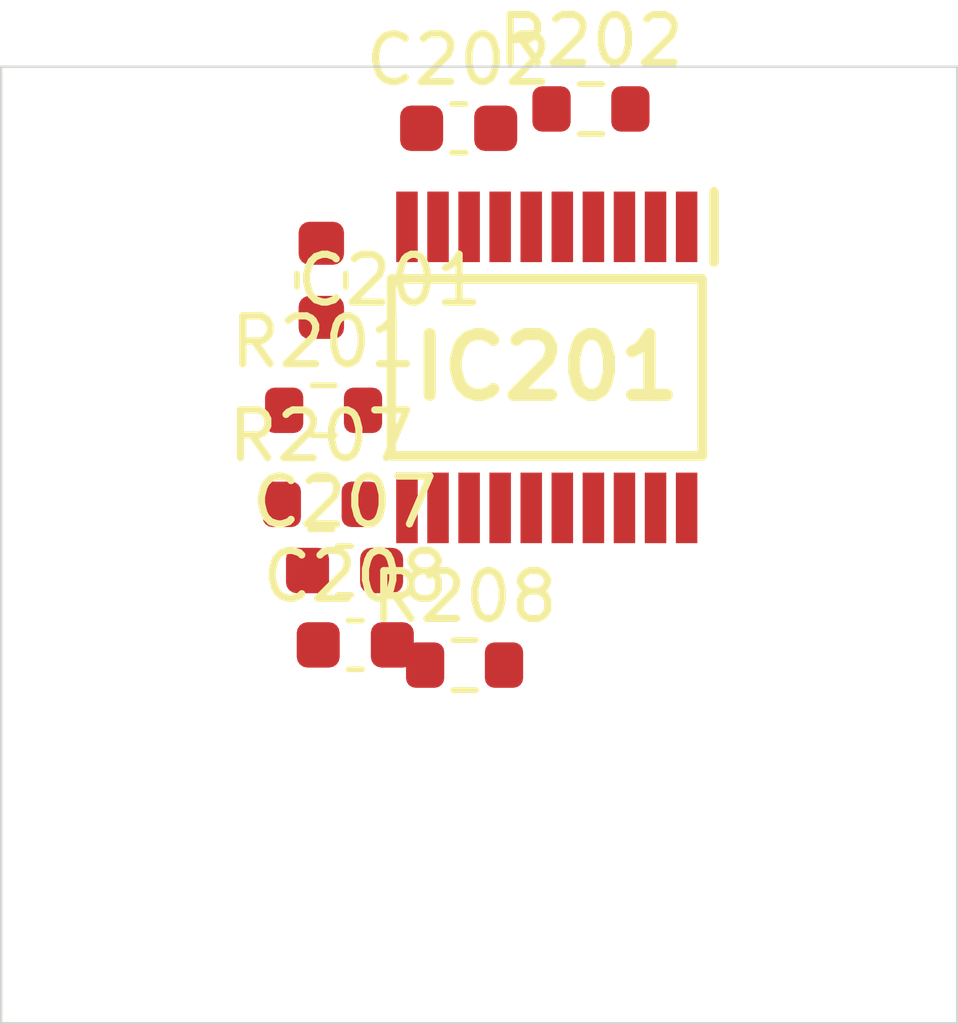
<source format=kicad_pcb>
 ( kicad_pcb  ( version 20171130 )
 ( host pcbnew 5.1.12-84ad8e8a86~92~ubuntu18.04.1 )
 ( general  ( thickness 1.6 )
 ( drawings 4 )
 ( tracks 0 )
 ( zones 0 )
 ( modules 9 )
 ( nets 19 )
)
 ( page A4 )
 ( layers  ( 0 F.Cu signal )
 ( 31 B.Cu signal )
 ( 32 B.Adhes user )
 ( 33 F.Adhes user )
 ( 34 B.Paste user )
 ( 35 F.Paste user )
 ( 36 B.SilkS user )
 ( 37 F.SilkS user )
 ( 38 B.Mask user )
 ( 39 F.Mask user )
 ( 40 Dwgs.User user )
 ( 41 Cmts.User user )
 ( 42 Eco1.User user )
 ( 43 Eco2.User user )
 ( 44 Edge.Cuts user )
 ( 45 Margin user )
 ( 46 B.CrtYd user )
 ( 47 F.CrtYd user )
 ( 48 B.Fab user )
 ( 49 F.Fab user )
)
 ( setup  ( last_trace_width 0.25 )
 ( trace_clearance 0.2 )
 ( zone_clearance 0.508 )
 ( zone_45_only no )
 ( trace_min 0.2 )
 ( via_size 0.8 )
 ( via_drill 0.4 )
 ( via_min_size 0.4 )
 ( via_min_drill 0.3 )
 ( uvia_size 0.3 )
 ( uvia_drill 0.1 )
 ( uvias_allowed no )
 ( uvia_min_size 0.2 )
 ( uvia_min_drill 0.1 )
 ( edge_width 0.05 )
 ( segment_width 0.2 )
 ( pcb_text_width 0.3 )
 ( pcb_text_size 1.5 1.5 )
 ( mod_edge_width 0.12 )
 ( mod_text_size 1 1 )
 ( mod_text_width 0.15 )
 ( pad_size 1.524 1.524 )
 ( pad_drill 0.762 )
 ( pad_to_mask_clearance 0 )
 ( aux_axis_origin 0 0 )
 ( visible_elements FFFFFF7F )
 ( pcbplotparams  ( layerselection 0x010fc_ffffffff )
 ( usegerberextensions false )
 ( usegerberattributes true )
 ( usegerberadvancedattributes true )
 ( creategerberjobfile true )
 ( excludeedgelayer true )
 ( linewidth 0.100000 )
 ( plotframeref false )
 ( viasonmask false )
 ( mode 1 )
 ( useauxorigin false )
 ( hpglpennumber 1 )
 ( hpglpenspeed 20 )
 ( hpglpendiameter 15.000000 )
 ( psnegative false )
 ( psa4output false )
 ( plotreference true )
 ( plotvalue true )
 ( plotinvisibletext false )
 ( padsonsilk false )
 ( subtractmaskfromsilk false )
 ( outputformat 1 )
 ( mirror false )
 ( drillshape 1 )
 ( scaleselection 1 )
 ( outputdirectory "" )
)
)
 ( net 0 "" )
 ( net 1 GND )
 ( net 2 /Sheet6235D886/ch0 )
 ( net 3 /Sheet6235D886/ch1 )
 ( net 4 /Sheet6235D886/ch2 )
 ( net 5 /Sheet6235D886/ch3 )
 ( net 6 /Sheet6235D886/ch4 )
 ( net 7 /Sheet6235D886/ch5 )
 ( net 8 /Sheet6235D886/ch6 )
 ( net 9 /Sheet6235D886/ch7 )
 ( net 10 VDD )
 ( net 11 VDDA )
 ( net 12 /Sheet6235D886/adc_csn )
 ( net 13 /Sheet6235D886/adc_sck )
 ( net 14 /Sheet6235D886/adc_sdi )
 ( net 15 /Sheet6235D886/adc_sdo )
 ( net 16 /Sheet6235D886/vp )
 ( net 17 /Sheet6248AD22/chn0 )
 ( net 18 /Sheet6248AD22/chn3 )
 ( net_class Default "This is the default net class."  ( clearance 0.2 )
 ( trace_width 0.25 )
 ( via_dia 0.8 )
 ( via_drill 0.4 )
 ( uvia_dia 0.3 )
 ( uvia_drill 0.1 )
 ( add_net /Sheet6235D886/adc_csn )
 ( add_net /Sheet6235D886/adc_sck )
 ( add_net /Sheet6235D886/adc_sdi )
 ( add_net /Sheet6235D886/adc_sdo )
 ( add_net /Sheet6235D886/ch0 )
 ( add_net /Sheet6235D886/ch1 )
 ( add_net /Sheet6235D886/ch2 )
 ( add_net /Sheet6235D886/ch3 )
 ( add_net /Sheet6235D886/ch4 )
 ( add_net /Sheet6235D886/ch5 )
 ( add_net /Sheet6235D886/ch6 )
 ( add_net /Sheet6235D886/ch7 )
 ( add_net /Sheet6235D886/vp )
 ( add_net /Sheet6248AD22/chn0 )
 ( add_net /Sheet6248AD22/chn3 )
 ( add_net GND )
 ( add_net VDD )
 ( add_net VDDA )
)
 ( module Capacitor_SMD:C_0603_1608Metric  ( layer F.Cu )
 ( tedit 5F68FEEE )
 ( tstamp 6234222D )
 ( at 86.696700 104.466000 270.000000 )
 ( descr "Capacitor SMD 0603 (1608 Metric), square (rectangular) end terminal, IPC_7351 nominal, (Body size source: IPC-SM-782 page 76, https://www.pcb-3d.com/wordpress/wp-content/uploads/ipc-sm-782a_amendment_1_and_2.pdf), generated with kicad-footprint-generator" )
 ( tags capacitor )
 ( path /6235D887/623691C5 )
 ( attr smd )
 ( fp_text reference C201  ( at 0 -1.43 )
 ( layer F.SilkS )
 ( effects  ( font  ( size 1 1 )
 ( thickness 0.15 )
)
)
)
 ( fp_text value 0.1uF  ( at 0 1.43 )
 ( layer F.Fab )
 ( effects  ( font  ( size 1 1 )
 ( thickness 0.15 )
)
)
)
 ( fp_line  ( start -0.8 0.4 )
 ( end -0.8 -0.4 )
 ( layer F.Fab )
 ( width 0.1 )
)
 ( fp_line  ( start -0.8 -0.4 )
 ( end 0.8 -0.4 )
 ( layer F.Fab )
 ( width 0.1 )
)
 ( fp_line  ( start 0.8 -0.4 )
 ( end 0.8 0.4 )
 ( layer F.Fab )
 ( width 0.1 )
)
 ( fp_line  ( start 0.8 0.4 )
 ( end -0.8 0.4 )
 ( layer F.Fab )
 ( width 0.1 )
)
 ( fp_line  ( start -0.14058 -0.51 )
 ( end 0.14058 -0.51 )
 ( layer F.SilkS )
 ( width 0.12 )
)
 ( fp_line  ( start -0.14058 0.51 )
 ( end 0.14058 0.51 )
 ( layer F.SilkS )
 ( width 0.12 )
)
 ( fp_line  ( start -1.48 0.73 )
 ( end -1.48 -0.73 )
 ( layer F.CrtYd )
 ( width 0.05 )
)
 ( fp_line  ( start -1.48 -0.73 )
 ( end 1.48 -0.73 )
 ( layer F.CrtYd )
 ( width 0.05 )
)
 ( fp_line  ( start 1.48 -0.73 )
 ( end 1.48 0.73 )
 ( layer F.CrtYd )
 ( width 0.05 )
)
 ( fp_line  ( start 1.48 0.73 )
 ( end -1.48 0.73 )
 ( layer F.CrtYd )
 ( width 0.05 )
)
 ( fp_text user %R  ( at 0 0 )
 ( layer F.Fab )
 ( effects  ( font  ( size 0.4 0.4 )
 ( thickness 0.06 )
)
)
)
 ( pad 2 smd roundrect  ( at 0.775 0 270.000000 )
 ( size 0.9 0.95 )
 ( layers F.Cu F.Mask F.Paste )
 ( roundrect_rratio 0.25 )
 ( net 1 GND )
)
 ( pad 1 smd roundrect  ( at -0.775 0 270.000000 )
 ( size 0.9 0.95 )
 ( layers F.Cu F.Mask F.Paste )
 ( roundrect_rratio 0.25 )
 ( net 2 /Sheet6235D886/ch0 )
)
 ( model ${KISYS3DMOD}/Capacitor_SMD.3dshapes/C_0603_1608Metric.wrl  ( at  ( xyz 0 0 0 )
)
 ( scale  ( xyz 1 1 1 )
)
 ( rotate  ( xyz 0 0 0 )
)
)
)
 ( module Capacitor_SMD:C_0603_1608Metric  ( layer F.Cu )
 ( tedit 5F68FEEE )
 ( tstamp 6234223E )
 ( at 89.570100 101.287000 )
 ( descr "Capacitor SMD 0603 (1608 Metric), square (rectangular) end terminal, IPC_7351 nominal, (Body size source: IPC-SM-782 page 76, https://www.pcb-3d.com/wordpress/wp-content/uploads/ipc-sm-782a_amendment_1_and_2.pdf), generated with kicad-footprint-generator" )
 ( tags capacitor )
 ( path /6235D887/62369EE0 )
 ( attr smd )
 ( fp_text reference C202  ( at 0 -1.43 )
 ( layer F.SilkS )
 ( effects  ( font  ( size 1 1 )
 ( thickness 0.15 )
)
)
)
 ( fp_text value 0.1uF  ( at 0 1.43 )
 ( layer F.Fab )
 ( effects  ( font  ( size 1 1 )
 ( thickness 0.15 )
)
)
)
 ( fp_line  ( start 1.48 0.73 )
 ( end -1.48 0.73 )
 ( layer F.CrtYd )
 ( width 0.05 )
)
 ( fp_line  ( start 1.48 -0.73 )
 ( end 1.48 0.73 )
 ( layer F.CrtYd )
 ( width 0.05 )
)
 ( fp_line  ( start -1.48 -0.73 )
 ( end 1.48 -0.73 )
 ( layer F.CrtYd )
 ( width 0.05 )
)
 ( fp_line  ( start -1.48 0.73 )
 ( end -1.48 -0.73 )
 ( layer F.CrtYd )
 ( width 0.05 )
)
 ( fp_line  ( start -0.14058 0.51 )
 ( end 0.14058 0.51 )
 ( layer F.SilkS )
 ( width 0.12 )
)
 ( fp_line  ( start -0.14058 -0.51 )
 ( end 0.14058 -0.51 )
 ( layer F.SilkS )
 ( width 0.12 )
)
 ( fp_line  ( start 0.8 0.4 )
 ( end -0.8 0.4 )
 ( layer F.Fab )
 ( width 0.1 )
)
 ( fp_line  ( start 0.8 -0.4 )
 ( end 0.8 0.4 )
 ( layer F.Fab )
 ( width 0.1 )
)
 ( fp_line  ( start -0.8 -0.4 )
 ( end 0.8 -0.4 )
 ( layer F.Fab )
 ( width 0.1 )
)
 ( fp_line  ( start -0.8 0.4 )
 ( end -0.8 -0.4 )
 ( layer F.Fab )
 ( width 0.1 )
)
 ( fp_text user %R  ( at 0 0 )
 ( layer F.Fab )
 ( effects  ( font  ( size 0.4 0.4 )
 ( thickness 0.06 )
)
)
)
 ( pad 1 smd roundrect  ( at -0.775 0 )
 ( size 0.9 0.95 )
 ( layers F.Cu F.Mask F.Paste )
 ( roundrect_rratio 0.25 )
 ( net 1 GND )
)
 ( pad 2 smd roundrect  ( at 0.775 0 )
 ( size 0.9 0.95 )
 ( layers F.Cu F.Mask F.Paste )
 ( roundrect_rratio 0.25 )
 ( net 3 /Sheet6235D886/ch1 )
)
 ( model ${KISYS3DMOD}/Capacitor_SMD.3dshapes/C_0603_1608Metric.wrl  ( at  ( xyz 0 0 0 )
)
 ( scale  ( xyz 1 1 1 )
)
 ( rotate  ( xyz 0 0 0 )
)
)
)
 ( module Capacitor_SMD:C_0603_1608Metric  ( layer F.Cu )
 ( tedit 5F68FEEE )
 ( tstamp 62342293 )
 ( at 87.182800 110.534000 )
 ( descr "Capacitor SMD 0603 (1608 Metric), square (rectangular) end terminal, IPC_7351 nominal, (Body size source: IPC-SM-782 page 76, https://www.pcb-3d.com/wordpress/wp-content/uploads/ipc-sm-782a_amendment_1_and_2.pdf), generated with kicad-footprint-generator" )
 ( tags capacitor )
 ( path /6235D887/6238B3FE )
 ( attr smd )
 ( fp_text reference C207  ( at 0 -1.43 )
 ( layer F.SilkS )
 ( effects  ( font  ( size 1 1 )
 ( thickness 0.15 )
)
)
)
 ( fp_text value 0.1uF  ( at 0 1.43 )
 ( layer F.Fab )
 ( effects  ( font  ( size 1 1 )
 ( thickness 0.15 )
)
)
)
 ( fp_line  ( start -0.8 0.4 )
 ( end -0.8 -0.4 )
 ( layer F.Fab )
 ( width 0.1 )
)
 ( fp_line  ( start -0.8 -0.4 )
 ( end 0.8 -0.4 )
 ( layer F.Fab )
 ( width 0.1 )
)
 ( fp_line  ( start 0.8 -0.4 )
 ( end 0.8 0.4 )
 ( layer F.Fab )
 ( width 0.1 )
)
 ( fp_line  ( start 0.8 0.4 )
 ( end -0.8 0.4 )
 ( layer F.Fab )
 ( width 0.1 )
)
 ( fp_line  ( start -0.14058 -0.51 )
 ( end 0.14058 -0.51 )
 ( layer F.SilkS )
 ( width 0.12 )
)
 ( fp_line  ( start -0.14058 0.51 )
 ( end 0.14058 0.51 )
 ( layer F.SilkS )
 ( width 0.12 )
)
 ( fp_line  ( start -1.48 0.73 )
 ( end -1.48 -0.73 )
 ( layer F.CrtYd )
 ( width 0.05 )
)
 ( fp_line  ( start -1.48 -0.73 )
 ( end 1.48 -0.73 )
 ( layer F.CrtYd )
 ( width 0.05 )
)
 ( fp_line  ( start 1.48 -0.73 )
 ( end 1.48 0.73 )
 ( layer F.CrtYd )
 ( width 0.05 )
)
 ( fp_line  ( start 1.48 0.73 )
 ( end -1.48 0.73 )
 ( layer F.CrtYd )
 ( width 0.05 )
)
 ( fp_text user %R  ( at 0 0 )
 ( layer F.Fab )
 ( effects  ( font  ( size 0.4 0.4 )
 ( thickness 0.06 )
)
)
)
 ( pad 2 smd roundrect  ( at 0.775 0 )
 ( size 0.9 0.95 )
 ( layers F.Cu F.Mask F.Paste )
 ( roundrect_rratio 0.25 )
 ( net 1 GND )
)
 ( pad 1 smd roundrect  ( at -0.775 0 )
 ( size 0.9 0.95 )
 ( layers F.Cu F.Mask F.Paste )
 ( roundrect_rratio 0.25 )
 ( net 8 /Sheet6235D886/ch6 )
)
 ( model ${KISYS3DMOD}/Capacitor_SMD.3dshapes/C_0603_1608Metric.wrl  ( at  ( xyz 0 0 0 )
)
 ( scale  ( xyz 1 1 1 )
)
 ( rotate  ( xyz 0 0 0 )
)
)
)
 ( module Capacitor_SMD:C_0603_1608Metric  ( layer F.Cu )
 ( tedit 5F68FEEE )
 ( tstamp 623422A4 )
 ( at 87.407100 112.089000 )
 ( descr "Capacitor SMD 0603 (1608 Metric), square (rectangular) end terminal, IPC_7351 nominal, (Body size source: IPC-SM-782 page 76, https://www.pcb-3d.com/wordpress/wp-content/uploads/ipc-sm-782a_amendment_1_and_2.pdf), generated with kicad-footprint-generator" )
 ( tags capacitor )
 ( path /6235D887/6238B404 )
 ( attr smd )
 ( fp_text reference C208  ( at 0 -1.43 )
 ( layer F.SilkS )
 ( effects  ( font  ( size 1 1 )
 ( thickness 0.15 )
)
)
)
 ( fp_text value 0.1uF  ( at 0 1.43 )
 ( layer F.Fab )
 ( effects  ( font  ( size 1 1 )
 ( thickness 0.15 )
)
)
)
 ( fp_line  ( start 1.48 0.73 )
 ( end -1.48 0.73 )
 ( layer F.CrtYd )
 ( width 0.05 )
)
 ( fp_line  ( start 1.48 -0.73 )
 ( end 1.48 0.73 )
 ( layer F.CrtYd )
 ( width 0.05 )
)
 ( fp_line  ( start -1.48 -0.73 )
 ( end 1.48 -0.73 )
 ( layer F.CrtYd )
 ( width 0.05 )
)
 ( fp_line  ( start -1.48 0.73 )
 ( end -1.48 -0.73 )
 ( layer F.CrtYd )
 ( width 0.05 )
)
 ( fp_line  ( start -0.14058 0.51 )
 ( end 0.14058 0.51 )
 ( layer F.SilkS )
 ( width 0.12 )
)
 ( fp_line  ( start -0.14058 -0.51 )
 ( end 0.14058 -0.51 )
 ( layer F.SilkS )
 ( width 0.12 )
)
 ( fp_line  ( start 0.8 0.4 )
 ( end -0.8 0.4 )
 ( layer F.Fab )
 ( width 0.1 )
)
 ( fp_line  ( start 0.8 -0.4 )
 ( end 0.8 0.4 )
 ( layer F.Fab )
 ( width 0.1 )
)
 ( fp_line  ( start -0.8 -0.4 )
 ( end 0.8 -0.4 )
 ( layer F.Fab )
 ( width 0.1 )
)
 ( fp_line  ( start -0.8 0.4 )
 ( end -0.8 -0.4 )
 ( layer F.Fab )
 ( width 0.1 )
)
 ( fp_text user %R  ( at 0 0 )
 ( layer F.Fab )
 ( effects  ( font  ( size 0.4 0.4 )
 ( thickness 0.06 )
)
)
)
 ( pad 1 smd roundrect  ( at -0.775 0 )
 ( size 0.9 0.95 )
 ( layers F.Cu F.Mask F.Paste )
 ( roundrect_rratio 0.25 )
 ( net 1 GND )
)
 ( pad 2 smd roundrect  ( at 0.775 0 )
 ( size 0.9 0.95 )
 ( layers F.Cu F.Mask F.Paste )
 ( roundrect_rratio 0.25 )
 ( net 9 /Sheet6235D886/ch7 )
)
 ( model ${KISYS3DMOD}/Capacitor_SMD.3dshapes/C_0603_1608Metric.wrl  ( at  ( xyz 0 0 0 )
)
 ( scale  ( xyz 1 1 1 )
)
 ( rotate  ( xyz 0 0 0 )
)
)
)
 ( module MCP3564R-E_ST:SOP65P640X120-20N locked  ( layer F.Cu )
 ( tedit 623351C2 )
 ( tstamp 623423D6 )
 ( at 91.413300 106.286000 270.000000 )
 ( descr "20-Lead Plastic Thin Shrink Small Outline (ST) - 4.4mm body [TSSOP]" )
 ( tags "Integrated Circuit" )
 ( path /6235D887/6235E071 )
 ( attr smd )
 ( fp_text reference IC201  ( at 0 0 )
 ( layer F.SilkS )
 ( effects  ( font  ( size 1.27 1.27 )
 ( thickness 0.254 )
)
)
)
 ( fp_text value MCP3564R-E_ST  ( at 0 0 )
 ( layer F.SilkS )
hide  ( effects  ( font  ( size 1.27 1.27 )
 ( thickness 0.254 )
)
)
)
 ( fp_line  ( start -3.925 -3.55 )
 ( end 3.925 -3.55 )
 ( layer Dwgs.User )
 ( width 0.05 )
)
 ( fp_line  ( start 3.925 -3.55 )
 ( end 3.925 3.55 )
 ( layer Dwgs.User )
 ( width 0.05 )
)
 ( fp_line  ( start 3.925 3.55 )
 ( end -3.925 3.55 )
 ( layer Dwgs.User )
 ( width 0.05 )
)
 ( fp_line  ( start -3.925 3.55 )
 ( end -3.925 -3.55 )
 ( layer Dwgs.User )
 ( width 0.05 )
)
 ( fp_line  ( start -2.2 -3.25 )
 ( end 2.2 -3.25 )
 ( layer Dwgs.User )
 ( width 0.1 )
)
 ( fp_line  ( start 2.2 -3.25 )
 ( end 2.2 3.25 )
 ( layer Dwgs.User )
 ( width 0.1 )
)
 ( fp_line  ( start 2.2 3.25 )
 ( end -2.2 3.25 )
 ( layer Dwgs.User )
 ( width 0.1 )
)
 ( fp_line  ( start -2.2 3.25 )
 ( end -2.2 -3.25 )
 ( layer Dwgs.User )
 ( width 0.1 )
)
 ( fp_line  ( start -2.2 -2.6 )
 ( end -1.55 -3.25 )
 ( layer Dwgs.User )
 ( width 0.1 )
)
 ( fp_line  ( start -1.85 -3.25 )
 ( end 1.85 -3.25 )
 ( layer F.SilkS )
 ( width 0.2 )
)
 ( fp_line  ( start 1.85 -3.25 )
 ( end 1.85 3.25 )
 ( layer F.SilkS )
 ( width 0.2 )
)
 ( fp_line  ( start 1.85 3.25 )
 ( end -1.85 3.25 )
 ( layer F.SilkS )
 ( width 0.2 )
)
 ( fp_line  ( start -1.85 3.25 )
 ( end -1.85 -3.25 )
 ( layer F.SilkS )
 ( width 0.2 )
)
 ( fp_line  ( start -3.675 -3.5 )
 ( end -2.2 -3.5 )
 ( layer F.SilkS )
 ( width 0.2 )
)
 ( pad 1 smd rect  ( at -2.938 -2.925 )
 ( size 0.45 1.475 )
 ( layers F.Cu F.Mask F.Paste )
 ( net 11 VDDA )
)
 ( pad 2 smd rect  ( at -2.938 -2.275 )
 ( size 0.45 1.475 )
 ( layers F.Cu F.Mask F.Paste )
 ( net 1 GND )
)
 ( pad 3 smd rect  ( at -2.938 -1.625 )
 ( size 0.45 1.475 )
 ( layers F.Cu F.Mask F.Paste )
 ( net 1 GND )
)
 ( pad 4 smd rect  ( at -2.938 -0.975 )
 ( size 0.45 1.475 )
 ( layers F.Cu F.Mask F.Paste )
)
 ( pad 5 smd rect  ( at -2.938 -0.325 )
 ( size 0.45 1.475 )
 ( layers F.Cu F.Mask F.Paste )
 ( net 2 /Sheet6235D886/ch0 )
)
 ( pad 6 smd rect  ( at -2.938 0.325 )
 ( size 0.45 1.475 )
 ( layers F.Cu F.Mask F.Paste )
 ( net 3 /Sheet6235D886/ch1 )
)
 ( pad 7 smd rect  ( at -2.938 0.975 )
 ( size 0.45 1.475 )
 ( layers F.Cu F.Mask F.Paste )
 ( net 4 /Sheet6235D886/ch2 )
)
 ( pad 8 smd rect  ( at -2.938 1.625 )
 ( size 0.45 1.475 )
 ( layers F.Cu F.Mask F.Paste )
 ( net 5 /Sheet6235D886/ch3 )
)
 ( pad 9 smd rect  ( at -2.938 2.275 )
 ( size 0.45 1.475 )
 ( layers F.Cu F.Mask F.Paste )
 ( net 6 /Sheet6235D886/ch4 )
)
 ( pad 10 smd rect  ( at -2.938 2.925 )
 ( size 0.45 1.475 )
 ( layers F.Cu F.Mask F.Paste )
 ( net 7 /Sheet6235D886/ch5 )
)
 ( pad 11 smd rect  ( at 2.938 2.925 )
 ( size 0.45 1.475 )
 ( layers F.Cu F.Mask F.Paste )
 ( net 8 /Sheet6235D886/ch6 )
)
 ( pad 12 smd rect  ( at 2.938 2.275 )
 ( size 0.45 1.475 )
 ( layers F.Cu F.Mask F.Paste )
 ( net 9 /Sheet6235D886/ch7 )
)
 ( pad 13 smd rect  ( at 2.938 1.625 )
 ( size 0.45 1.475 )
 ( layers F.Cu F.Mask F.Paste )
 ( net 12 /Sheet6235D886/adc_csn )
)
 ( pad 14 smd rect  ( at 2.938 0.975 )
 ( size 0.45 1.475 )
 ( layers F.Cu F.Mask F.Paste )
 ( net 13 /Sheet6235D886/adc_sck )
)
 ( pad 15 smd rect  ( at 2.938 0.325 )
 ( size 0.45 1.475 )
 ( layers F.Cu F.Mask F.Paste )
 ( net 14 /Sheet6235D886/adc_sdi )
)
 ( pad 16 smd rect  ( at 2.938 -0.325 )
 ( size 0.45 1.475 )
 ( layers F.Cu F.Mask F.Paste )
 ( net 15 /Sheet6235D886/adc_sdo )
)
 ( pad 17 smd rect  ( at 2.938 -0.975 )
 ( size 0.45 1.475 )
 ( layers F.Cu F.Mask F.Paste )
)
 ( pad 18 smd rect  ( at 2.938 -1.625 )
 ( size 0.45 1.475 )
 ( layers F.Cu F.Mask F.Paste )
)
 ( pad 19 smd rect  ( at 2.938 -2.275 )
 ( size 0.45 1.475 )
 ( layers F.Cu F.Mask F.Paste )
 ( net 1 GND )
)
 ( pad 20 smd rect  ( at 2.938 -2.925 )
 ( size 0.45 1.475 )
 ( layers F.Cu F.Mask F.Paste )
 ( net 10 VDD )
)
)
 ( module Resistor_SMD:R_0603_1608Metric  ( layer F.Cu )
 ( tedit 5F68FEEE )
 ( tstamp 6234250D )
 ( at 86.744400 107.184000 )
 ( descr "Resistor SMD 0603 (1608 Metric), square (rectangular) end terminal, IPC_7351 nominal, (Body size source: IPC-SM-782 page 72, https://www.pcb-3d.com/wordpress/wp-content/uploads/ipc-sm-782a_amendment_1_and_2.pdf), generated with kicad-footprint-generator" )
 ( tags resistor )
 ( path /6235D887/623641B7 )
 ( attr smd )
 ( fp_text reference R201  ( at 0 -1.43 )
 ( layer F.SilkS )
 ( effects  ( font  ( size 1 1 )
 ( thickness 0.15 )
)
)
)
 ( fp_text value 1k  ( at 0 1.43 )
 ( layer F.Fab )
 ( effects  ( font  ( size 1 1 )
 ( thickness 0.15 )
)
)
)
 ( fp_line  ( start -0.8 0.4125 )
 ( end -0.8 -0.4125 )
 ( layer F.Fab )
 ( width 0.1 )
)
 ( fp_line  ( start -0.8 -0.4125 )
 ( end 0.8 -0.4125 )
 ( layer F.Fab )
 ( width 0.1 )
)
 ( fp_line  ( start 0.8 -0.4125 )
 ( end 0.8 0.4125 )
 ( layer F.Fab )
 ( width 0.1 )
)
 ( fp_line  ( start 0.8 0.4125 )
 ( end -0.8 0.4125 )
 ( layer F.Fab )
 ( width 0.1 )
)
 ( fp_line  ( start -0.237258 -0.5225 )
 ( end 0.237258 -0.5225 )
 ( layer F.SilkS )
 ( width 0.12 )
)
 ( fp_line  ( start -0.237258 0.5225 )
 ( end 0.237258 0.5225 )
 ( layer F.SilkS )
 ( width 0.12 )
)
 ( fp_line  ( start -1.48 0.73 )
 ( end -1.48 -0.73 )
 ( layer F.CrtYd )
 ( width 0.05 )
)
 ( fp_line  ( start -1.48 -0.73 )
 ( end 1.48 -0.73 )
 ( layer F.CrtYd )
 ( width 0.05 )
)
 ( fp_line  ( start 1.48 -0.73 )
 ( end 1.48 0.73 )
 ( layer F.CrtYd )
 ( width 0.05 )
)
 ( fp_line  ( start 1.48 0.73 )
 ( end -1.48 0.73 )
 ( layer F.CrtYd )
 ( width 0.05 )
)
 ( fp_text user %R  ( at 0 0 )
 ( layer F.Fab )
 ( effects  ( font  ( size 0.4 0.4 )
 ( thickness 0.06 )
)
)
)
 ( pad 2 smd roundrect  ( at 0.825 0 )
 ( size 0.8 0.95 )
 ( layers F.Cu F.Mask F.Paste )
 ( roundrect_rratio 0.25 )
 ( net 16 /Sheet6235D886/vp )
)
 ( pad 1 smd roundrect  ( at -0.825 0 )
 ( size 0.8 0.95 )
 ( layers F.Cu F.Mask F.Paste )
 ( roundrect_rratio 0.25 )
 ( net 2 /Sheet6235D886/ch0 )
)
 ( model ${KISYS3DMOD}/Resistor_SMD.3dshapes/R_0603_1608Metric.wrl  ( at  ( xyz 0 0 0 )
)
 ( scale  ( xyz 1 1 1 )
)
 ( rotate  ( xyz 0 0 0 )
)
)
)
 ( module Resistor_SMD:R_0603_1608Metric  ( layer F.Cu )
 ( tedit 5F68FEEE )
 ( tstamp 6234251E )
 ( at 92.337600 100.883000 )
 ( descr "Resistor SMD 0603 (1608 Metric), square (rectangular) end terminal, IPC_7351 nominal, (Body size source: IPC-SM-782 page 72, https://www.pcb-3d.com/wordpress/wp-content/uploads/ipc-sm-782a_amendment_1_and_2.pdf), generated with kicad-footprint-generator" )
 ( tags resistor )
 ( path /6235D887/6236A646 )
 ( attr smd )
 ( fp_text reference R202  ( at 0 -1.43 )
 ( layer F.SilkS )
 ( effects  ( font  ( size 1 1 )
 ( thickness 0.15 )
)
)
)
 ( fp_text value 1k  ( at 0 1.43 )
 ( layer F.Fab )
 ( effects  ( font  ( size 1 1 )
 ( thickness 0.15 )
)
)
)
 ( fp_line  ( start 1.48 0.73 )
 ( end -1.48 0.73 )
 ( layer F.CrtYd )
 ( width 0.05 )
)
 ( fp_line  ( start 1.48 -0.73 )
 ( end 1.48 0.73 )
 ( layer F.CrtYd )
 ( width 0.05 )
)
 ( fp_line  ( start -1.48 -0.73 )
 ( end 1.48 -0.73 )
 ( layer F.CrtYd )
 ( width 0.05 )
)
 ( fp_line  ( start -1.48 0.73 )
 ( end -1.48 -0.73 )
 ( layer F.CrtYd )
 ( width 0.05 )
)
 ( fp_line  ( start -0.237258 0.5225 )
 ( end 0.237258 0.5225 )
 ( layer F.SilkS )
 ( width 0.12 )
)
 ( fp_line  ( start -0.237258 -0.5225 )
 ( end 0.237258 -0.5225 )
 ( layer F.SilkS )
 ( width 0.12 )
)
 ( fp_line  ( start 0.8 0.4125 )
 ( end -0.8 0.4125 )
 ( layer F.Fab )
 ( width 0.1 )
)
 ( fp_line  ( start 0.8 -0.4125 )
 ( end 0.8 0.4125 )
 ( layer F.Fab )
 ( width 0.1 )
)
 ( fp_line  ( start -0.8 -0.4125 )
 ( end 0.8 -0.4125 )
 ( layer F.Fab )
 ( width 0.1 )
)
 ( fp_line  ( start -0.8 0.4125 )
 ( end -0.8 -0.4125 )
 ( layer F.Fab )
 ( width 0.1 )
)
 ( fp_text user %R  ( at 0 0 )
 ( layer F.Fab )
 ( effects  ( font  ( size 0.4 0.4 )
 ( thickness 0.06 )
)
)
)
 ( pad 1 smd roundrect  ( at -0.825 0 )
 ( size 0.8 0.95 )
 ( layers F.Cu F.Mask F.Paste )
 ( roundrect_rratio 0.25 )
 ( net 3 /Sheet6235D886/ch1 )
)
 ( pad 2 smd roundrect  ( at 0.825 0 )
 ( size 0.8 0.95 )
 ( layers F.Cu F.Mask F.Paste )
 ( roundrect_rratio 0.25 )
 ( net 17 /Sheet6248AD22/chn0 )
)
 ( model ${KISYS3DMOD}/Resistor_SMD.3dshapes/R_0603_1608Metric.wrl  ( at  ( xyz 0 0 0 )
)
 ( scale  ( xyz 1 1 1 )
)
 ( rotate  ( xyz 0 0 0 )
)
)
)
 ( module Resistor_SMD:R_0603_1608Metric  ( layer F.Cu )
 ( tedit 5F68FEEE )
 ( tstamp 62342573 )
 ( at 86.696100 109.150000 )
 ( descr "Resistor SMD 0603 (1608 Metric), square (rectangular) end terminal, IPC_7351 nominal, (Body size source: IPC-SM-782 page 72, https://www.pcb-3d.com/wordpress/wp-content/uploads/ipc-sm-782a_amendment_1_and_2.pdf), generated with kicad-footprint-generator" )
 ( tags resistor )
 ( path /6235D887/6238B3F8 )
 ( attr smd )
 ( fp_text reference R207  ( at 0 -1.43 )
 ( layer F.SilkS )
 ( effects  ( font  ( size 1 1 )
 ( thickness 0.15 )
)
)
)
 ( fp_text value 1k  ( at 0 1.43 )
 ( layer F.Fab )
 ( effects  ( font  ( size 1 1 )
 ( thickness 0.15 )
)
)
)
 ( fp_line  ( start -0.8 0.4125 )
 ( end -0.8 -0.4125 )
 ( layer F.Fab )
 ( width 0.1 )
)
 ( fp_line  ( start -0.8 -0.4125 )
 ( end 0.8 -0.4125 )
 ( layer F.Fab )
 ( width 0.1 )
)
 ( fp_line  ( start 0.8 -0.4125 )
 ( end 0.8 0.4125 )
 ( layer F.Fab )
 ( width 0.1 )
)
 ( fp_line  ( start 0.8 0.4125 )
 ( end -0.8 0.4125 )
 ( layer F.Fab )
 ( width 0.1 )
)
 ( fp_line  ( start -0.237258 -0.5225 )
 ( end 0.237258 -0.5225 )
 ( layer F.SilkS )
 ( width 0.12 )
)
 ( fp_line  ( start -0.237258 0.5225 )
 ( end 0.237258 0.5225 )
 ( layer F.SilkS )
 ( width 0.12 )
)
 ( fp_line  ( start -1.48 0.73 )
 ( end -1.48 -0.73 )
 ( layer F.CrtYd )
 ( width 0.05 )
)
 ( fp_line  ( start -1.48 -0.73 )
 ( end 1.48 -0.73 )
 ( layer F.CrtYd )
 ( width 0.05 )
)
 ( fp_line  ( start 1.48 -0.73 )
 ( end 1.48 0.73 )
 ( layer F.CrtYd )
 ( width 0.05 )
)
 ( fp_line  ( start 1.48 0.73 )
 ( end -1.48 0.73 )
 ( layer F.CrtYd )
 ( width 0.05 )
)
 ( fp_text user %R  ( at 0 0 )
 ( layer F.Fab )
 ( effects  ( font  ( size 0.4 0.4 )
 ( thickness 0.06 )
)
)
)
 ( pad 2 smd roundrect  ( at 0.825 0 )
 ( size 0.8 0.95 )
 ( layers F.Cu F.Mask F.Paste )
 ( roundrect_rratio 0.25 )
 ( net 16 /Sheet6235D886/vp )
)
 ( pad 1 smd roundrect  ( at -0.825 0 )
 ( size 0.8 0.95 )
 ( layers F.Cu F.Mask F.Paste )
 ( roundrect_rratio 0.25 )
 ( net 8 /Sheet6235D886/ch6 )
)
 ( model ${KISYS3DMOD}/Resistor_SMD.3dshapes/R_0603_1608Metric.wrl  ( at  ( xyz 0 0 0 )
)
 ( scale  ( xyz 1 1 1 )
)
 ( rotate  ( xyz 0 0 0 )
)
)
)
 ( module Resistor_SMD:R_0603_1608Metric  ( layer F.Cu )
 ( tedit 5F68FEEE )
 ( tstamp 62342584 )
 ( at 89.693400 112.511000 )
 ( descr "Resistor SMD 0603 (1608 Metric), square (rectangular) end terminal, IPC_7351 nominal, (Body size source: IPC-SM-782 page 72, https://www.pcb-3d.com/wordpress/wp-content/uploads/ipc-sm-782a_amendment_1_and_2.pdf), generated with kicad-footprint-generator" )
 ( tags resistor )
 ( path /6235D887/6238B40A )
 ( attr smd )
 ( fp_text reference R208  ( at 0 -1.43 )
 ( layer F.SilkS )
 ( effects  ( font  ( size 1 1 )
 ( thickness 0.15 )
)
)
)
 ( fp_text value 1k  ( at 0 1.43 )
 ( layer F.Fab )
 ( effects  ( font  ( size 1 1 )
 ( thickness 0.15 )
)
)
)
 ( fp_line  ( start 1.48 0.73 )
 ( end -1.48 0.73 )
 ( layer F.CrtYd )
 ( width 0.05 )
)
 ( fp_line  ( start 1.48 -0.73 )
 ( end 1.48 0.73 )
 ( layer F.CrtYd )
 ( width 0.05 )
)
 ( fp_line  ( start -1.48 -0.73 )
 ( end 1.48 -0.73 )
 ( layer F.CrtYd )
 ( width 0.05 )
)
 ( fp_line  ( start -1.48 0.73 )
 ( end -1.48 -0.73 )
 ( layer F.CrtYd )
 ( width 0.05 )
)
 ( fp_line  ( start -0.237258 0.5225 )
 ( end 0.237258 0.5225 )
 ( layer F.SilkS )
 ( width 0.12 )
)
 ( fp_line  ( start -0.237258 -0.5225 )
 ( end 0.237258 -0.5225 )
 ( layer F.SilkS )
 ( width 0.12 )
)
 ( fp_line  ( start 0.8 0.4125 )
 ( end -0.8 0.4125 )
 ( layer F.Fab )
 ( width 0.1 )
)
 ( fp_line  ( start 0.8 -0.4125 )
 ( end 0.8 0.4125 )
 ( layer F.Fab )
 ( width 0.1 )
)
 ( fp_line  ( start -0.8 -0.4125 )
 ( end 0.8 -0.4125 )
 ( layer F.Fab )
 ( width 0.1 )
)
 ( fp_line  ( start -0.8 0.4125 )
 ( end -0.8 -0.4125 )
 ( layer F.Fab )
 ( width 0.1 )
)
 ( fp_text user %R  ( at 0 0 )
 ( layer F.Fab )
 ( effects  ( font  ( size 0.4 0.4 )
 ( thickness 0.06 )
)
)
)
 ( pad 1 smd roundrect  ( at -0.825 0 )
 ( size 0.8 0.95 )
 ( layers F.Cu F.Mask F.Paste )
 ( roundrect_rratio 0.25 )
 ( net 9 /Sheet6235D886/ch7 )
)
 ( pad 2 smd roundrect  ( at 0.825 0 )
 ( size 0.8 0.95 )
 ( layers F.Cu F.Mask F.Paste )
 ( roundrect_rratio 0.25 )
 ( net 18 /Sheet6248AD22/chn3 )
)
 ( model ${KISYS3DMOD}/Resistor_SMD.3dshapes/R_0603_1608Metric.wrl  ( at  ( xyz 0 0 0 )
)
 ( scale  ( xyz 1 1 1 )
)
 ( rotate  ( xyz 0 0 0 )
)
)
)
 ( gr_line  ( start 100 100 )
 ( end 100 120 )
 ( layer Edge.Cuts )
 ( width 0.05 )
 ( tstamp 62E770C4 )
)
 ( gr_line  ( start 80 120 )
 ( end 100 120 )
 ( layer Edge.Cuts )
 ( width 0.05 )
 ( tstamp 62E770C0 )
)
 ( gr_line  ( start 80 100 )
 ( end 100 100 )
 ( layer Edge.Cuts )
 ( width 0.05 )
 ( tstamp 6234110C )
)
 ( gr_line  ( start 80 100 )
 ( end 80 120 )
 ( layer Edge.Cuts )
 ( width 0.05 )
)
)

</source>
